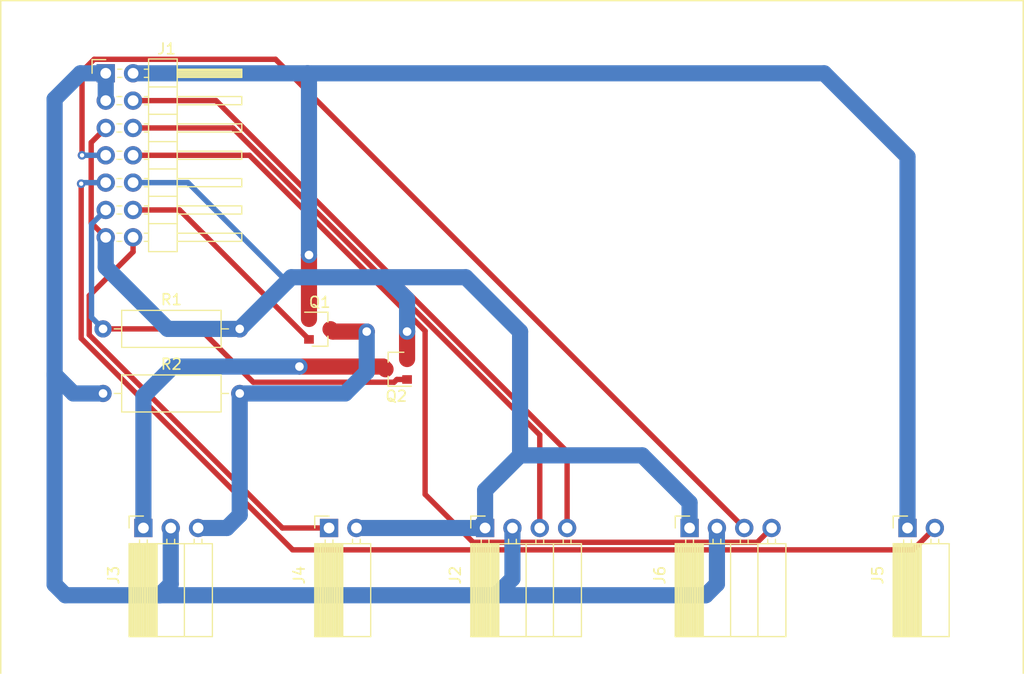
<source format=kicad_pcb>
(kicad_pcb (version 20171130) (host pcbnew "(5.1.4)-1")

  (general
    (thickness 1.6)
    (drawings 4)
    (tracks 105)
    (zones 0)
    (modules 10)
    (nets 14)
  )

  (page A4)
  (layers
    (0 F.Cu mixed)
    (31 B.Cu mixed)
    (32 B.Adhes user)
    (33 F.Adhes user)
    (34 B.Paste user)
    (35 F.Paste user)
    (36 B.SilkS user)
    (37 F.SilkS user)
    (38 B.Mask user)
    (39 F.Mask user)
    (40 Dwgs.User user)
    (41 Cmts.User user)
    (42 Eco1.User user)
    (43 Eco2.User user)
    (44 Edge.Cuts user)
    (45 Margin user)
    (46 B.CrtYd user)
    (47 F.CrtYd user)
    (48 B.Fab user)
    (49 F.Fab user)
  )

  (setup
    (last_trace_width 1.5)
    (user_trace_width 0.5)
    (user_trace_width 1)
    (user_trace_width 1.5)
    (trace_clearance 0.2)
    (zone_clearance 0.508)
    (zone_45_only no)
    (trace_min 0.2)
    (via_size 0.8)
    (via_drill 0.4)
    (via_min_size 0.4)
    (via_min_drill 0.3)
    (user_via 1.5 0.8)
    (uvia_size 0.3)
    (uvia_drill 0.1)
    (uvias_allowed no)
    (uvia_min_size 0.2)
    (uvia_min_drill 0.1)
    (edge_width 0.05)
    (segment_width 0.2)
    (pcb_text_width 0.3)
    (pcb_text_size 1.5 1.5)
    (mod_edge_width 0.12)
    (mod_text_size 1 1)
    (mod_text_width 0.15)
    (pad_size 1.524 1.524)
    (pad_drill 0.762)
    (pad_to_mask_clearance 0.051)
    (solder_mask_min_width 0.25)
    (aux_axis_origin 0 0)
    (visible_elements 7FFFFFFF)
    (pcbplotparams
      (layerselection 0x010fc_ffffffff)
      (usegerberextensions false)
      (usegerberattributes false)
      (usegerberadvancedattributes false)
      (creategerberjobfile false)
      (excludeedgelayer true)
      (linewidth 0.100000)
      (plotframeref false)
      (viasonmask false)
      (mode 1)
      (useauxorigin false)
      (hpglpennumber 1)
      (hpglpenspeed 20)
      (hpglpendiameter 15.000000)
      (psnegative false)
      (psa4output false)
      (plotreference true)
      (plotvalue true)
      (plotinvisibletext false)
      (padsonsilk false)
      (subtractmaskfromsilk false)
      (outputformat 1)
      (mirror false)
      (drillshape 1)
      (scaleselection 1)
      (outputdirectory ""))
  )

  (net 0 "")
  (net 1 5V)
  (net 2 GPIO0_B3)
  (net 3 GND)
  (net 4 GPIO0_B4)
  (net 5 GPIO2_A1)
  (net 6 GPIO2_A5)
  (net 7 GPIO2_A0)
  (net 8 GPIO2_A2)
  (net 9 GPIO0_B7)
  (net 10 GPIO0_C0)
  (net 11 3.3V)
  (net 12 "Net-(J3-Pad1)")
  (net 13 "Net-(J3-Pad3)")

  (net_class Default "これはデフォルトのネット クラスです。"
    (clearance 0.2)
    (trace_width 0.5)
    (via_dia 0.8)
    (via_drill 0.4)
    (uvia_dia 0.3)
    (uvia_drill 0.1)
    (add_net 3.3V)
    (add_net 5V)
    (add_net GND)
    (add_net GPIO0_B3)
    (add_net GPIO0_B4)
    (add_net GPIO0_B7)
    (add_net GPIO0_C0)
    (add_net GPIO2_A0)
    (add_net GPIO2_A1)
    (add_net GPIO2_A2)
    (add_net GPIO2_A5)
    (add_net "Net-(J3-Pad1)")
    (add_net "Net-(J3-Pad3)")
  )

  (module Connector_PinSocket_2.54mm:PinSocket_1x04_P2.54mm_Horizontal (layer F.Cu) (tedit 5A19A424) (tstamp 5D5E9BB8)
    (at 140 99 90)
    (descr "Through hole angled socket strip, 1x04, 2.54mm pitch, 8.51mm socket length, single row (from Kicad 4.0.7), script generated")
    (tags "Through hole angled socket strip THT 1x04 2.54mm single row")
    (path /5D5B641D)
    (fp_text reference J2 (at -4.38 -2.77 90) (layer F.SilkS)
      (effects (font (size 1 1) (thickness 0.15)))
    )
    (fp_text value Conn_01x04_Female (at -4.38 10.39 90) (layer F.Fab)
      (effects (font (size 1 1) (thickness 0.15)))
    )
    (fp_line (start -10.03 -1.27) (end -2.49 -1.27) (layer F.Fab) (width 0.1))
    (fp_line (start -2.49 -1.27) (end -1.52 -0.3) (layer F.Fab) (width 0.1))
    (fp_line (start -1.52 -0.3) (end -1.52 8.89) (layer F.Fab) (width 0.1))
    (fp_line (start -1.52 8.89) (end -10.03 8.89) (layer F.Fab) (width 0.1))
    (fp_line (start -10.03 8.89) (end -10.03 -1.27) (layer F.Fab) (width 0.1))
    (fp_line (start 0 -0.3) (end -1.52 -0.3) (layer F.Fab) (width 0.1))
    (fp_line (start -1.52 0.3) (end 0 0.3) (layer F.Fab) (width 0.1))
    (fp_line (start 0 0.3) (end 0 -0.3) (layer F.Fab) (width 0.1))
    (fp_line (start 0 2.24) (end -1.52 2.24) (layer F.Fab) (width 0.1))
    (fp_line (start -1.52 2.84) (end 0 2.84) (layer F.Fab) (width 0.1))
    (fp_line (start 0 2.84) (end 0 2.24) (layer F.Fab) (width 0.1))
    (fp_line (start 0 4.78) (end -1.52 4.78) (layer F.Fab) (width 0.1))
    (fp_line (start -1.52 5.38) (end 0 5.38) (layer F.Fab) (width 0.1))
    (fp_line (start 0 5.38) (end 0 4.78) (layer F.Fab) (width 0.1))
    (fp_line (start 0 7.32) (end -1.52 7.32) (layer F.Fab) (width 0.1))
    (fp_line (start -1.52 7.92) (end 0 7.92) (layer F.Fab) (width 0.1))
    (fp_line (start 0 7.92) (end 0 7.32) (layer F.Fab) (width 0.1))
    (fp_line (start -10.09 -1.21) (end -1.46 -1.21) (layer F.SilkS) (width 0.12))
    (fp_line (start -10.09 -1.091905) (end -1.46 -1.091905) (layer F.SilkS) (width 0.12))
    (fp_line (start -10.09 -0.97381) (end -1.46 -0.97381) (layer F.SilkS) (width 0.12))
    (fp_line (start -10.09 -0.855715) (end -1.46 -0.855715) (layer F.SilkS) (width 0.12))
    (fp_line (start -10.09 -0.73762) (end -1.46 -0.73762) (layer F.SilkS) (width 0.12))
    (fp_line (start -10.09 -0.619525) (end -1.46 -0.619525) (layer F.SilkS) (width 0.12))
    (fp_line (start -10.09 -0.50143) (end -1.46 -0.50143) (layer F.SilkS) (width 0.12))
    (fp_line (start -10.09 -0.383335) (end -1.46 -0.383335) (layer F.SilkS) (width 0.12))
    (fp_line (start -10.09 -0.26524) (end -1.46 -0.26524) (layer F.SilkS) (width 0.12))
    (fp_line (start -10.09 -0.147145) (end -1.46 -0.147145) (layer F.SilkS) (width 0.12))
    (fp_line (start -10.09 -0.02905) (end -1.46 -0.02905) (layer F.SilkS) (width 0.12))
    (fp_line (start -10.09 0.089045) (end -1.46 0.089045) (layer F.SilkS) (width 0.12))
    (fp_line (start -10.09 0.20714) (end -1.46 0.20714) (layer F.SilkS) (width 0.12))
    (fp_line (start -10.09 0.325235) (end -1.46 0.325235) (layer F.SilkS) (width 0.12))
    (fp_line (start -10.09 0.44333) (end -1.46 0.44333) (layer F.SilkS) (width 0.12))
    (fp_line (start -10.09 0.561425) (end -1.46 0.561425) (layer F.SilkS) (width 0.12))
    (fp_line (start -10.09 0.67952) (end -1.46 0.67952) (layer F.SilkS) (width 0.12))
    (fp_line (start -10.09 0.797615) (end -1.46 0.797615) (layer F.SilkS) (width 0.12))
    (fp_line (start -10.09 0.91571) (end -1.46 0.91571) (layer F.SilkS) (width 0.12))
    (fp_line (start -10.09 1.033805) (end -1.46 1.033805) (layer F.SilkS) (width 0.12))
    (fp_line (start -10.09 1.1519) (end -1.46 1.1519) (layer F.SilkS) (width 0.12))
    (fp_line (start -1.46 -0.36) (end -1.11 -0.36) (layer F.SilkS) (width 0.12))
    (fp_line (start -1.46 0.36) (end -1.11 0.36) (layer F.SilkS) (width 0.12))
    (fp_line (start -1.46 2.18) (end -1.05 2.18) (layer F.SilkS) (width 0.12))
    (fp_line (start -1.46 2.9) (end -1.05 2.9) (layer F.SilkS) (width 0.12))
    (fp_line (start -1.46 4.72) (end -1.05 4.72) (layer F.SilkS) (width 0.12))
    (fp_line (start -1.46 5.44) (end -1.05 5.44) (layer F.SilkS) (width 0.12))
    (fp_line (start -1.46 7.26) (end -1.05 7.26) (layer F.SilkS) (width 0.12))
    (fp_line (start -1.46 7.98) (end -1.05 7.98) (layer F.SilkS) (width 0.12))
    (fp_line (start -10.09 1.27) (end -1.46 1.27) (layer F.SilkS) (width 0.12))
    (fp_line (start -10.09 3.81) (end -1.46 3.81) (layer F.SilkS) (width 0.12))
    (fp_line (start -10.09 6.35) (end -1.46 6.35) (layer F.SilkS) (width 0.12))
    (fp_line (start -10.09 -1.33) (end -1.46 -1.33) (layer F.SilkS) (width 0.12))
    (fp_line (start -1.46 -1.33) (end -1.46 8.95) (layer F.SilkS) (width 0.12))
    (fp_line (start -10.09 8.95) (end -1.46 8.95) (layer F.SilkS) (width 0.12))
    (fp_line (start -10.09 -1.33) (end -10.09 8.95) (layer F.SilkS) (width 0.12))
    (fp_line (start 1.11 -1.33) (end 1.11 0) (layer F.SilkS) (width 0.12))
    (fp_line (start 0 -1.33) (end 1.11 -1.33) (layer F.SilkS) (width 0.12))
    (fp_line (start 1.75 -1.75) (end -10.55 -1.75) (layer F.CrtYd) (width 0.05))
    (fp_line (start -10.55 -1.75) (end -10.55 9.45) (layer F.CrtYd) (width 0.05))
    (fp_line (start -10.55 9.45) (end 1.75 9.45) (layer F.CrtYd) (width 0.05))
    (fp_line (start 1.75 9.45) (end 1.75 -1.75) (layer F.CrtYd) (width 0.05))
    (fp_text user %R (at -5.775 3.81) (layer F.Fab)
      (effects (font (size 1 1) (thickness 0.15)))
    )
    (pad 1 thru_hole rect (at 0 0 90) (size 1.7 1.7) (drill 1) (layers *.Cu *.Mask)
      (net 3 GND))
    (pad 2 thru_hole oval (at 0 2.54 90) (size 1.7 1.7) (drill 1) (layers *.Cu *.Mask)
      (net 1 5V))
    (pad 3 thru_hole oval (at 0 5.08 90) (size 1.7 1.7) (drill 1) (layers *.Cu *.Mask)
      (net 4 GPIO0_B4))
    (pad 4 thru_hole oval (at 0 7.62 90) (size 1.7 1.7) (drill 1) (layers *.Cu *.Mask)
      (net 2 GPIO0_B3))
    (model ${KISYS3DMOD}/Connector_PinSocket_2.54mm.3dshapes/PinSocket_1x04_P2.54mm_Horizontal.wrl
      (at (xyz 0 0 0))
      (scale (xyz 1 1 1))
      (rotate (xyz 0 0 0))
    )
  )

  (module Connector_PinSocket_2.54mm:PinSocket_1x03_P2.54mm_Horizontal (layer F.Cu) (tedit 5A19A429) (tstamp 5D5E75A5)
    (at 108.25 99 90)
    (descr "Through hole angled socket strip, 1x03, 2.54mm pitch, 8.51mm socket length, single row (from Kicad 4.0.7), script generated")
    (tags "Through hole angled socket strip THT 1x03 2.54mm single row")
    (path /5D5B6E0B)
    (fp_text reference J3 (at -4.38 -2.77 90) (layer F.SilkS)
      (effects (font (size 1 1) (thickness 0.15)))
    )
    (fp_text value Conn_01x03_Female (at -4.38 7.85 90) (layer F.Fab)
      (effects (font (size 1 1) (thickness 0.15)))
    )
    (fp_line (start -10.03 -1.27) (end -2.49 -1.27) (layer F.Fab) (width 0.1))
    (fp_line (start -2.49 -1.27) (end -1.52 -0.3) (layer F.Fab) (width 0.1))
    (fp_line (start -1.52 -0.3) (end -1.52 6.35) (layer F.Fab) (width 0.1))
    (fp_line (start -1.52 6.35) (end -10.03 6.35) (layer F.Fab) (width 0.1))
    (fp_line (start -10.03 6.35) (end -10.03 -1.27) (layer F.Fab) (width 0.1))
    (fp_line (start 0 -0.3) (end -1.52 -0.3) (layer F.Fab) (width 0.1))
    (fp_line (start -1.52 0.3) (end 0 0.3) (layer F.Fab) (width 0.1))
    (fp_line (start 0 0.3) (end 0 -0.3) (layer F.Fab) (width 0.1))
    (fp_line (start 0 2.24) (end -1.52 2.24) (layer F.Fab) (width 0.1))
    (fp_line (start -1.52 2.84) (end 0 2.84) (layer F.Fab) (width 0.1))
    (fp_line (start 0 2.84) (end 0 2.24) (layer F.Fab) (width 0.1))
    (fp_line (start 0 4.78) (end -1.52 4.78) (layer F.Fab) (width 0.1))
    (fp_line (start -1.52 5.38) (end 0 5.38) (layer F.Fab) (width 0.1))
    (fp_line (start 0 5.38) (end 0 4.78) (layer F.Fab) (width 0.1))
    (fp_line (start -10.09 -1.21) (end -1.46 -1.21) (layer F.SilkS) (width 0.12))
    (fp_line (start -10.09 -1.091905) (end -1.46 -1.091905) (layer F.SilkS) (width 0.12))
    (fp_line (start -10.09 -0.97381) (end -1.46 -0.97381) (layer F.SilkS) (width 0.12))
    (fp_line (start -10.09 -0.855715) (end -1.46 -0.855715) (layer F.SilkS) (width 0.12))
    (fp_line (start -10.09 -0.73762) (end -1.46 -0.73762) (layer F.SilkS) (width 0.12))
    (fp_line (start -10.09 -0.619525) (end -1.46 -0.619525) (layer F.SilkS) (width 0.12))
    (fp_line (start -10.09 -0.50143) (end -1.46 -0.50143) (layer F.SilkS) (width 0.12))
    (fp_line (start -10.09 -0.383335) (end -1.46 -0.383335) (layer F.SilkS) (width 0.12))
    (fp_line (start -10.09 -0.26524) (end -1.46 -0.26524) (layer F.SilkS) (width 0.12))
    (fp_line (start -10.09 -0.147145) (end -1.46 -0.147145) (layer F.SilkS) (width 0.12))
    (fp_line (start -10.09 -0.02905) (end -1.46 -0.02905) (layer F.SilkS) (width 0.12))
    (fp_line (start -10.09 0.089045) (end -1.46 0.089045) (layer F.SilkS) (width 0.12))
    (fp_line (start -10.09 0.20714) (end -1.46 0.20714) (layer F.SilkS) (width 0.12))
    (fp_line (start -10.09 0.325235) (end -1.46 0.325235) (layer F.SilkS) (width 0.12))
    (fp_line (start -10.09 0.44333) (end -1.46 0.44333) (layer F.SilkS) (width 0.12))
    (fp_line (start -10.09 0.561425) (end -1.46 0.561425) (layer F.SilkS) (width 0.12))
    (fp_line (start -10.09 0.67952) (end -1.46 0.67952) (layer F.SilkS) (width 0.12))
    (fp_line (start -10.09 0.797615) (end -1.46 0.797615) (layer F.SilkS) (width 0.12))
    (fp_line (start -10.09 0.91571) (end -1.46 0.91571) (layer F.SilkS) (width 0.12))
    (fp_line (start -10.09 1.033805) (end -1.46 1.033805) (layer F.SilkS) (width 0.12))
    (fp_line (start -10.09 1.1519) (end -1.46 1.1519) (layer F.SilkS) (width 0.12))
    (fp_line (start -1.46 -0.36) (end -1.11 -0.36) (layer F.SilkS) (width 0.12))
    (fp_line (start -1.46 0.36) (end -1.11 0.36) (layer F.SilkS) (width 0.12))
    (fp_line (start -1.46 2.18) (end -1.05 2.18) (layer F.SilkS) (width 0.12))
    (fp_line (start -1.46 2.9) (end -1.05 2.9) (layer F.SilkS) (width 0.12))
    (fp_line (start -1.46 4.72) (end -1.05 4.72) (layer F.SilkS) (width 0.12))
    (fp_line (start -1.46 5.44) (end -1.05 5.44) (layer F.SilkS) (width 0.12))
    (fp_line (start -10.09 1.27) (end -1.46 1.27) (layer F.SilkS) (width 0.12))
    (fp_line (start -10.09 3.81) (end -1.46 3.81) (layer F.SilkS) (width 0.12))
    (fp_line (start -10.09 -1.33) (end -1.46 -1.33) (layer F.SilkS) (width 0.12))
    (fp_line (start -1.46 -1.33) (end -1.46 6.41) (layer F.SilkS) (width 0.12))
    (fp_line (start -10.09 6.41) (end -1.46 6.41) (layer F.SilkS) (width 0.12))
    (fp_line (start -10.09 -1.33) (end -10.09 6.41) (layer F.SilkS) (width 0.12))
    (fp_line (start 1.11 -1.33) (end 1.11 0) (layer F.SilkS) (width 0.12))
    (fp_line (start 0 -1.33) (end 1.11 -1.33) (layer F.SilkS) (width 0.12))
    (fp_line (start 1.75 -1.8) (end -10.55 -1.8) (layer F.CrtYd) (width 0.05))
    (fp_line (start -10.55 -1.8) (end -10.55 6.85) (layer F.CrtYd) (width 0.05))
    (fp_line (start -10.55 6.85) (end 1.75 6.85) (layer F.CrtYd) (width 0.05))
    (fp_line (start 1.75 6.85) (end 1.75 -1.8) (layer F.CrtYd) (width 0.05))
    (fp_text user %R (at -5.775 2.54 90) (layer F.Fab)
      (effects (font (size 1 1) (thickness 0.15)))
    )
    (pad 1 thru_hole rect (at 0 0 90) (size 1.7 1.7) (drill 1) (layers *.Cu *.Mask)
      (net 12 "Net-(J3-Pad1)"))
    (pad 2 thru_hole oval (at 0 2.54 90) (size 1.7 1.7) (drill 1) (layers *.Cu *.Mask)
      (net 1 5V))
    (pad 3 thru_hole oval (at 0 5.08 90) (size 1.7 1.7) (drill 1) (layers *.Cu *.Mask)
      (net 13 "Net-(J3-Pad3)"))
    (model ${KISYS3DMOD}/Connector_PinSocket_2.54mm.3dshapes/PinSocket_1x03_P2.54mm_Horizontal.wrl
      (at (xyz 0 0 0))
      (scale (xyz 1 1 1))
      (rotate (xyz 0 0 0))
    )
  )

  (module Connector_PinSocket_2.54mm:PinSocket_1x02_P2.54mm_Horizontal (layer F.Cu) (tedit 5A19A41B) (tstamp 5D5E75DB)
    (at 125.5 99 90)
    (descr "Through hole angled socket strip, 1x02, 2.54mm pitch, 8.51mm socket length, single row (from Kicad 4.0.7), script generated")
    (tags "Through hole angled socket strip THT 1x02 2.54mm single row")
    (path /5D5C035F)
    (fp_text reference J4 (at -4.38 -2.77 90) (layer F.SilkS)
      (effects (font (size 1 1) (thickness 0.15)))
    )
    (fp_text value Conn_01x02_Female (at -4.38 5.31 90) (layer F.Fab)
      (effects (font (size 1 1) (thickness 0.15)))
    )
    (fp_line (start -10.03 -1.27) (end -2.49 -1.27) (layer F.Fab) (width 0.1))
    (fp_line (start -2.49 -1.27) (end -1.52 -0.3) (layer F.Fab) (width 0.1))
    (fp_line (start -1.52 -0.3) (end -1.52 3.81) (layer F.Fab) (width 0.1))
    (fp_line (start -1.52 3.81) (end -10.03 3.81) (layer F.Fab) (width 0.1))
    (fp_line (start -10.03 3.81) (end -10.03 -1.27) (layer F.Fab) (width 0.1))
    (fp_line (start 0 -0.3) (end -1.52 -0.3) (layer F.Fab) (width 0.1))
    (fp_line (start -1.52 0.3) (end 0 0.3) (layer F.Fab) (width 0.1))
    (fp_line (start 0 0.3) (end 0 -0.3) (layer F.Fab) (width 0.1))
    (fp_line (start 0 2.24) (end -1.52 2.24) (layer F.Fab) (width 0.1))
    (fp_line (start -1.52 2.84) (end 0 2.84) (layer F.Fab) (width 0.1))
    (fp_line (start 0 2.84) (end 0 2.24) (layer F.Fab) (width 0.1))
    (fp_line (start -10.09 -1.21) (end -1.46 -1.21) (layer F.SilkS) (width 0.12))
    (fp_line (start -10.09 -1.091905) (end -1.46 -1.091905) (layer F.SilkS) (width 0.12))
    (fp_line (start -10.09 -0.97381) (end -1.46 -0.97381) (layer F.SilkS) (width 0.12))
    (fp_line (start -10.09 -0.855715) (end -1.46 -0.855715) (layer F.SilkS) (width 0.12))
    (fp_line (start -10.09 -0.73762) (end -1.46 -0.73762) (layer F.SilkS) (width 0.12))
    (fp_line (start -10.09 -0.619525) (end -1.46 -0.619525) (layer F.SilkS) (width 0.12))
    (fp_line (start -10.09 -0.50143) (end -1.46 -0.50143) (layer F.SilkS) (width 0.12))
    (fp_line (start -10.09 -0.383335) (end -1.46 -0.383335) (layer F.SilkS) (width 0.12))
    (fp_line (start -10.09 -0.26524) (end -1.46 -0.26524) (layer F.SilkS) (width 0.12))
    (fp_line (start -10.09 -0.147145) (end -1.46 -0.147145) (layer F.SilkS) (width 0.12))
    (fp_line (start -10.09 -0.02905) (end -1.46 -0.02905) (layer F.SilkS) (width 0.12))
    (fp_line (start -10.09 0.089045) (end -1.46 0.089045) (layer F.SilkS) (width 0.12))
    (fp_line (start -10.09 0.20714) (end -1.46 0.20714) (layer F.SilkS) (width 0.12))
    (fp_line (start -10.09 0.325235) (end -1.46 0.325235) (layer F.SilkS) (width 0.12))
    (fp_line (start -10.09 0.44333) (end -1.46 0.44333) (layer F.SilkS) (width 0.12))
    (fp_line (start -10.09 0.561425) (end -1.46 0.561425) (layer F.SilkS) (width 0.12))
    (fp_line (start -10.09 0.67952) (end -1.46 0.67952) (layer F.SilkS) (width 0.12))
    (fp_line (start -10.09 0.797615) (end -1.46 0.797615) (layer F.SilkS) (width 0.12))
    (fp_line (start -10.09 0.91571) (end -1.46 0.91571) (layer F.SilkS) (width 0.12))
    (fp_line (start -10.09 1.033805) (end -1.46 1.033805) (layer F.SilkS) (width 0.12))
    (fp_line (start -10.09 1.1519) (end -1.46 1.1519) (layer F.SilkS) (width 0.12))
    (fp_line (start -1.46 -0.36) (end -1.11 -0.36) (layer F.SilkS) (width 0.12))
    (fp_line (start -1.46 0.36) (end -1.11 0.36) (layer F.SilkS) (width 0.12))
    (fp_line (start -1.46 2.18) (end -1.05 2.18) (layer F.SilkS) (width 0.12))
    (fp_line (start -1.46 2.9) (end -1.05 2.9) (layer F.SilkS) (width 0.12))
    (fp_line (start -10.09 1.27) (end -1.46 1.27) (layer F.SilkS) (width 0.12))
    (fp_line (start -10.09 -1.33) (end -1.46 -1.33) (layer F.SilkS) (width 0.12))
    (fp_line (start -1.46 -1.33) (end -1.46 3.87) (layer F.SilkS) (width 0.12))
    (fp_line (start -10.09 3.87) (end -1.46 3.87) (layer F.SilkS) (width 0.12))
    (fp_line (start -10.09 -1.33) (end -10.09 3.87) (layer F.SilkS) (width 0.12))
    (fp_line (start 1.11 -1.33) (end 1.11 0) (layer F.SilkS) (width 0.12))
    (fp_line (start 0 -1.33) (end 1.11 -1.33) (layer F.SilkS) (width 0.12))
    (fp_line (start 1.75 -1.75) (end -10.55 -1.75) (layer F.CrtYd) (width 0.05))
    (fp_line (start -10.55 -1.75) (end -10.55 4.35) (layer F.CrtYd) (width 0.05))
    (fp_line (start -10.55 4.35) (end 1.75 4.35) (layer F.CrtYd) (width 0.05))
    (fp_line (start 1.75 4.35) (end 1.75 -1.75) (layer F.CrtYd) (width 0.05))
    (fp_text user %R (at -5.775 1.27 90) (layer F.Fab)
      (effects (font (size 1 1) (thickness 0.15)))
    )
    (pad 1 thru_hole rect (at 0 0 90) (size 1.7 1.7) (drill 1) (layers *.Cu *.Mask)
      (net 10 GPIO0_C0))
    (pad 2 thru_hole oval (at 0 2.54 90) (size 1.7 1.7) (drill 1) (layers *.Cu *.Mask)
      (net 3 GND))
    (model ${KISYS3DMOD}/Connector_PinSocket_2.54mm.3dshapes/PinSocket_1x02_P2.54mm_Horizontal.wrl
      (at (xyz 0 0 0))
      (scale (xyz 1 1 1))
      (rotate (xyz 0 0 0))
    )
  )

  (module Connector_PinSocket_2.54mm:PinSocket_1x02_P2.54mm_Horizontal (layer F.Cu) (tedit 5A19A41B) (tstamp 5D5E7611)
    (at 179.25 99 90)
    (descr "Through hole angled socket strip, 1x02, 2.54mm pitch, 8.51mm socket length, single row (from Kicad 4.0.7), script generated")
    (tags "Through hole angled socket strip THT 1x02 2.54mm single row")
    (path /5D5C0868)
    (fp_text reference J5 (at -4.38 -2.77 90) (layer F.SilkS)
      (effects (font (size 1 1) (thickness 0.15)))
    )
    (fp_text value Conn_01x02_Female (at -4.38 5.31 90) (layer F.Fab)
      (effects (font (size 1 1) (thickness 0.15)))
    )
    (fp_text user %R (at -5.775 1.27 90) (layer F.Fab)
      (effects (font (size 1 1) (thickness 0.15)))
    )
    (fp_line (start 1.75 4.35) (end 1.75 -1.75) (layer F.CrtYd) (width 0.05))
    (fp_line (start -10.55 4.35) (end 1.75 4.35) (layer F.CrtYd) (width 0.05))
    (fp_line (start -10.55 -1.75) (end -10.55 4.35) (layer F.CrtYd) (width 0.05))
    (fp_line (start 1.75 -1.75) (end -10.55 -1.75) (layer F.CrtYd) (width 0.05))
    (fp_line (start 0 -1.33) (end 1.11 -1.33) (layer F.SilkS) (width 0.12))
    (fp_line (start 1.11 -1.33) (end 1.11 0) (layer F.SilkS) (width 0.12))
    (fp_line (start -10.09 -1.33) (end -10.09 3.87) (layer F.SilkS) (width 0.12))
    (fp_line (start -10.09 3.87) (end -1.46 3.87) (layer F.SilkS) (width 0.12))
    (fp_line (start -1.46 -1.33) (end -1.46 3.87) (layer F.SilkS) (width 0.12))
    (fp_line (start -10.09 -1.33) (end -1.46 -1.33) (layer F.SilkS) (width 0.12))
    (fp_line (start -10.09 1.27) (end -1.46 1.27) (layer F.SilkS) (width 0.12))
    (fp_line (start -1.46 2.9) (end -1.05 2.9) (layer F.SilkS) (width 0.12))
    (fp_line (start -1.46 2.18) (end -1.05 2.18) (layer F.SilkS) (width 0.12))
    (fp_line (start -1.46 0.36) (end -1.11 0.36) (layer F.SilkS) (width 0.12))
    (fp_line (start -1.46 -0.36) (end -1.11 -0.36) (layer F.SilkS) (width 0.12))
    (fp_line (start -10.09 1.1519) (end -1.46 1.1519) (layer F.SilkS) (width 0.12))
    (fp_line (start -10.09 1.033805) (end -1.46 1.033805) (layer F.SilkS) (width 0.12))
    (fp_line (start -10.09 0.91571) (end -1.46 0.91571) (layer F.SilkS) (width 0.12))
    (fp_line (start -10.09 0.797615) (end -1.46 0.797615) (layer F.SilkS) (width 0.12))
    (fp_line (start -10.09 0.67952) (end -1.46 0.67952) (layer F.SilkS) (width 0.12))
    (fp_line (start -10.09 0.561425) (end -1.46 0.561425) (layer F.SilkS) (width 0.12))
    (fp_line (start -10.09 0.44333) (end -1.46 0.44333) (layer F.SilkS) (width 0.12))
    (fp_line (start -10.09 0.325235) (end -1.46 0.325235) (layer F.SilkS) (width 0.12))
    (fp_line (start -10.09 0.20714) (end -1.46 0.20714) (layer F.SilkS) (width 0.12))
    (fp_line (start -10.09 0.089045) (end -1.46 0.089045) (layer F.SilkS) (width 0.12))
    (fp_line (start -10.09 -0.02905) (end -1.46 -0.02905) (layer F.SilkS) (width 0.12))
    (fp_line (start -10.09 -0.147145) (end -1.46 -0.147145) (layer F.SilkS) (width 0.12))
    (fp_line (start -10.09 -0.26524) (end -1.46 -0.26524) (layer F.SilkS) (width 0.12))
    (fp_line (start -10.09 -0.383335) (end -1.46 -0.383335) (layer F.SilkS) (width 0.12))
    (fp_line (start -10.09 -0.50143) (end -1.46 -0.50143) (layer F.SilkS) (width 0.12))
    (fp_line (start -10.09 -0.619525) (end -1.46 -0.619525) (layer F.SilkS) (width 0.12))
    (fp_line (start -10.09 -0.73762) (end -1.46 -0.73762) (layer F.SilkS) (width 0.12))
    (fp_line (start -10.09 -0.855715) (end -1.46 -0.855715) (layer F.SilkS) (width 0.12))
    (fp_line (start -10.09 -0.97381) (end -1.46 -0.97381) (layer F.SilkS) (width 0.12))
    (fp_line (start -10.09 -1.091905) (end -1.46 -1.091905) (layer F.SilkS) (width 0.12))
    (fp_line (start -10.09 -1.21) (end -1.46 -1.21) (layer F.SilkS) (width 0.12))
    (fp_line (start 0 2.84) (end 0 2.24) (layer F.Fab) (width 0.1))
    (fp_line (start -1.52 2.84) (end 0 2.84) (layer F.Fab) (width 0.1))
    (fp_line (start 0 2.24) (end -1.52 2.24) (layer F.Fab) (width 0.1))
    (fp_line (start 0 0.3) (end 0 -0.3) (layer F.Fab) (width 0.1))
    (fp_line (start -1.52 0.3) (end 0 0.3) (layer F.Fab) (width 0.1))
    (fp_line (start 0 -0.3) (end -1.52 -0.3) (layer F.Fab) (width 0.1))
    (fp_line (start -10.03 3.81) (end -10.03 -1.27) (layer F.Fab) (width 0.1))
    (fp_line (start -1.52 3.81) (end -10.03 3.81) (layer F.Fab) (width 0.1))
    (fp_line (start -1.52 -0.3) (end -1.52 3.81) (layer F.Fab) (width 0.1))
    (fp_line (start -2.49 -1.27) (end -1.52 -0.3) (layer F.Fab) (width 0.1))
    (fp_line (start -10.03 -1.27) (end -2.49 -1.27) (layer F.Fab) (width 0.1))
    (pad 2 thru_hole oval (at 0 2.54 90) (size 1.7 1.7) (drill 1) (layers *.Cu *.Mask)
      (net 7 GPIO2_A0))
    (pad 1 thru_hole rect (at 0 0 90) (size 1.7 1.7) (drill 1) (layers *.Cu *.Mask)
      (net 11 3.3V))
    (model ${KISYS3DMOD}/Connector_PinSocket_2.54mm.3dshapes/PinSocket_1x02_P2.54mm_Horizontal.wrl
      (at (xyz 0 0 0))
      (scale (xyz 1 1 1))
      (rotate (xyz 0 0 0))
    )
  )

  (module Connector_PinSocket_2.54mm:PinSocket_1x04_P2.54mm_Horizontal (layer F.Cu) (tedit 5A19A424) (tstamp 5D5E7655)
    (at 159 99 90)
    (descr "Through hole angled socket strip, 1x04, 2.54mm pitch, 8.51mm socket length, single row (from Kicad 4.0.7), script generated")
    (tags "Through hole angled socket strip THT 1x04 2.54mm single row")
    (path /5D5C0D85)
    (fp_text reference J6 (at -4.38 -2.77 90) (layer F.SilkS)
      (effects (font (size 1 1) (thickness 0.15)))
    )
    (fp_text value Conn_01x04_Female (at -4.38 10.39 90) (layer F.Fab)
      (effects (font (size 1 1) (thickness 0.15)))
    )
    (fp_text user %R (at -5.775 3.81) (layer F.Fab)
      (effects (font (size 1 1) (thickness 0.15)))
    )
    (fp_line (start 1.75 9.45) (end 1.75 -1.75) (layer F.CrtYd) (width 0.05))
    (fp_line (start -10.55 9.45) (end 1.75 9.45) (layer F.CrtYd) (width 0.05))
    (fp_line (start -10.55 -1.75) (end -10.55 9.45) (layer F.CrtYd) (width 0.05))
    (fp_line (start 1.75 -1.75) (end -10.55 -1.75) (layer F.CrtYd) (width 0.05))
    (fp_line (start 0 -1.33) (end 1.11 -1.33) (layer F.SilkS) (width 0.12))
    (fp_line (start 1.11 -1.33) (end 1.11 0) (layer F.SilkS) (width 0.12))
    (fp_line (start -10.09 -1.33) (end -10.09 8.95) (layer F.SilkS) (width 0.12))
    (fp_line (start -10.09 8.95) (end -1.46 8.95) (layer F.SilkS) (width 0.12))
    (fp_line (start -1.46 -1.33) (end -1.46 8.95) (layer F.SilkS) (width 0.12))
    (fp_line (start -10.09 -1.33) (end -1.46 -1.33) (layer F.SilkS) (width 0.12))
    (fp_line (start -10.09 6.35) (end -1.46 6.35) (layer F.SilkS) (width 0.12))
    (fp_line (start -10.09 3.81) (end -1.46 3.81) (layer F.SilkS) (width 0.12))
    (fp_line (start -10.09 1.27) (end -1.46 1.27) (layer F.SilkS) (width 0.12))
    (fp_line (start -1.46 7.98) (end -1.05 7.98) (layer F.SilkS) (width 0.12))
    (fp_line (start -1.46 7.26) (end -1.05 7.26) (layer F.SilkS) (width 0.12))
    (fp_line (start -1.46 5.44) (end -1.05 5.44) (layer F.SilkS) (width 0.12))
    (fp_line (start -1.46 4.72) (end -1.05 4.72) (layer F.SilkS) (width 0.12))
    (fp_line (start -1.46 2.9) (end -1.05 2.9) (layer F.SilkS) (width 0.12))
    (fp_line (start -1.46 2.18) (end -1.05 2.18) (layer F.SilkS) (width 0.12))
    (fp_line (start -1.46 0.36) (end -1.11 0.36) (layer F.SilkS) (width 0.12))
    (fp_line (start -1.46 -0.36) (end -1.11 -0.36) (layer F.SilkS) (width 0.12))
    (fp_line (start -10.09 1.1519) (end -1.46 1.1519) (layer F.SilkS) (width 0.12))
    (fp_line (start -10.09 1.033805) (end -1.46 1.033805) (layer F.SilkS) (width 0.12))
    (fp_line (start -10.09 0.91571) (end -1.46 0.91571) (layer F.SilkS) (width 0.12))
    (fp_line (start -10.09 0.797615) (end -1.46 0.797615) (layer F.SilkS) (width 0.12))
    (fp_line (start -10.09 0.67952) (end -1.46 0.67952) (layer F.SilkS) (width 0.12))
    (fp_line (start -10.09 0.561425) (end -1.46 0.561425) (layer F.SilkS) (width 0.12))
    (fp_line (start -10.09 0.44333) (end -1.46 0.44333) (layer F.SilkS) (width 0.12))
    (fp_line (start -10.09 0.325235) (end -1.46 0.325235) (layer F.SilkS) (width 0.12))
    (fp_line (start -10.09 0.20714) (end -1.46 0.20714) (layer F.SilkS) (width 0.12))
    (fp_line (start -10.09 0.089045) (end -1.46 0.089045) (layer F.SilkS) (width 0.12))
    (fp_line (start -10.09 -0.02905) (end -1.46 -0.02905) (layer F.SilkS) (width 0.12))
    (fp_line (start -10.09 -0.147145) (end -1.46 -0.147145) (layer F.SilkS) (width 0.12))
    (fp_line (start -10.09 -0.26524) (end -1.46 -0.26524) (layer F.SilkS) (width 0.12))
    (fp_line (start -10.09 -0.383335) (end -1.46 -0.383335) (layer F.SilkS) (width 0.12))
    (fp_line (start -10.09 -0.50143) (end -1.46 -0.50143) (layer F.SilkS) (width 0.12))
    (fp_line (start -10.09 -0.619525) (end -1.46 -0.619525) (layer F.SilkS) (width 0.12))
    (fp_line (start -10.09 -0.73762) (end -1.46 -0.73762) (layer F.SilkS) (width 0.12))
    (fp_line (start -10.09 -0.855715) (end -1.46 -0.855715) (layer F.SilkS) (width 0.12))
    (fp_line (start -10.09 -0.97381) (end -1.46 -0.97381) (layer F.SilkS) (width 0.12))
    (fp_line (start -10.09 -1.091905) (end -1.46 -1.091905) (layer F.SilkS) (width 0.12))
    (fp_line (start -10.09 -1.21) (end -1.46 -1.21) (layer F.SilkS) (width 0.12))
    (fp_line (start 0 7.92) (end 0 7.32) (layer F.Fab) (width 0.1))
    (fp_line (start -1.52 7.92) (end 0 7.92) (layer F.Fab) (width 0.1))
    (fp_line (start 0 7.32) (end -1.52 7.32) (layer F.Fab) (width 0.1))
    (fp_line (start 0 5.38) (end 0 4.78) (layer F.Fab) (width 0.1))
    (fp_line (start -1.52 5.38) (end 0 5.38) (layer F.Fab) (width 0.1))
    (fp_line (start 0 4.78) (end -1.52 4.78) (layer F.Fab) (width 0.1))
    (fp_line (start 0 2.84) (end 0 2.24) (layer F.Fab) (width 0.1))
    (fp_line (start -1.52 2.84) (end 0 2.84) (layer F.Fab) (width 0.1))
    (fp_line (start 0 2.24) (end -1.52 2.24) (layer F.Fab) (width 0.1))
    (fp_line (start 0 0.3) (end 0 -0.3) (layer F.Fab) (width 0.1))
    (fp_line (start -1.52 0.3) (end 0 0.3) (layer F.Fab) (width 0.1))
    (fp_line (start 0 -0.3) (end -1.52 -0.3) (layer F.Fab) (width 0.1))
    (fp_line (start -10.03 8.89) (end -10.03 -1.27) (layer F.Fab) (width 0.1))
    (fp_line (start -1.52 8.89) (end -10.03 8.89) (layer F.Fab) (width 0.1))
    (fp_line (start -1.52 -0.3) (end -1.52 8.89) (layer F.Fab) (width 0.1))
    (fp_line (start -2.49 -1.27) (end -1.52 -0.3) (layer F.Fab) (width 0.1))
    (fp_line (start -10.03 -1.27) (end -2.49 -1.27) (layer F.Fab) (width 0.1))
    (pad 4 thru_hole oval (at 0 7.62 90) (size 1.7 1.7) (drill 1) (layers *.Cu *.Mask)
      (net 6 GPIO2_A5))
    (pad 3 thru_hole oval (at 0 5.08 90) (size 1.7 1.7) (drill 1) (layers *.Cu *.Mask)
      (net 5 GPIO2_A1))
    (pad 2 thru_hole oval (at 0 2.54 90) (size 1.7 1.7) (drill 1) (layers *.Cu *.Mask)
      (net 1 5V))
    (pad 1 thru_hole rect (at 0 0 90) (size 1.7 1.7) (drill 1) (layers *.Cu *.Mask)
      (net 3 GND))
    (model ${KISYS3DMOD}/Connector_PinSocket_2.54mm.3dshapes/PinSocket_1x04_P2.54mm_Horizontal.wrl
      (at (xyz 0 0 0))
      (scale (xyz 1 1 1))
      (rotate (xyz 0 0 0))
    )
  )

  (module Connector_PinHeader_2.54mm:PinHeader_2x07_P2.54mm_Horizontal (layer F.Cu) (tedit 59FED5CB) (tstamp 5D5E9356)
    (at 104.75 56.75)
    (descr "Through hole angled pin header, 2x07, 2.54mm pitch, 6mm pin length, double rows")
    (tags "Through hole angled pin header THT 2x07 2.54mm double row")
    (path /5D5AF081)
    (fp_text reference J1 (at 5.655 -2.27) (layer F.SilkS)
      (effects (font (size 1 1) (thickness 0.15)))
    )
    (fp_text value Conn1 (at 5.655 17.51) (layer F.Fab)
      (effects (font (size 1 1) (thickness 0.15)))
    )
    (fp_line (start 4.675 -1.27) (end 6.58 -1.27) (layer F.Fab) (width 0.1))
    (fp_line (start 6.58 -1.27) (end 6.58 16.51) (layer F.Fab) (width 0.1))
    (fp_line (start 6.58 16.51) (end 4.04 16.51) (layer F.Fab) (width 0.1))
    (fp_line (start 4.04 16.51) (end 4.04 -0.635) (layer F.Fab) (width 0.1))
    (fp_line (start 4.04 -0.635) (end 4.675 -1.27) (layer F.Fab) (width 0.1))
    (fp_line (start -0.32 -0.32) (end 4.04 -0.32) (layer F.Fab) (width 0.1))
    (fp_line (start -0.32 -0.32) (end -0.32 0.32) (layer F.Fab) (width 0.1))
    (fp_line (start -0.32 0.32) (end 4.04 0.32) (layer F.Fab) (width 0.1))
    (fp_line (start 6.58 -0.32) (end 12.58 -0.32) (layer F.Fab) (width 0.1))
    (fp_line (start 12.58 -0.32) (end 12.58 0.32) (layer F.Fab) (width 0.1))
    (fp_line (start 6.58 0.32) (end 12.58 0.32) (layer F.Fab) (width 0.1))
    (fp_line (start -0.32 2.22) (end 4.04 2.22) (layer F.Fab) (width 0.1))
    (fp_line (start -0.32 2.22) (end -0.32 2.86) (layer F.Fab) (width 0.1))
    (fp_line (start -0.32 2.86) (end 4.04 2.86) (layer F.Fab) (width 0.1))
    (fp_line (start 6.58 2.22) (end 12.58 2.22) (layer F.Fab) (width 0.1))
    (fp_line (start 12.58 2.22) (end 12.58 2.86) (layer F.Fab) (width 0.1))
    (fp_line (start 6.58 2.86) (end 12.58 2.86) (layer F.Fab) (width 0.1))
    (fp_line (start -0.32 4.76) (end 4.04 4.76) (layer F.Fab) (width 0.1))
    (fp_line (start -0.32 4.76) (end -0.32 5.4) (layer F.Fab) (width 0.1))
    (fp_line (start -0.32 5.4) (end 4.04 5.4) (layer F.Fab) (width 0.1))
    (fp_line (start 6.58 4.76) (end 12.58 4.76) (layer F.Fab) (width 0.1))
    (fp_line (start 12.58 4.76) (end 12.58 5.4) (layer F.Fab) (width 0.1))
    (fp_line (start 6.58 5.4) (end 12.58 5.4) (layer F.Fab) (width 0.1))
    (fp_line (start -0.32 7.3) (end 4.04 7.3) (layer F.Fab) (width 0.1))
    (fp_line (start -0.32 7.3) (end -0.32 7.94) (layer F.Fab) (width 0.1))
    (fp_line (start -0.32 7.94) (end 4.04 7.94) (layer F.Fab) (width 0.1))
    (fp_line (start 6.58 7.3) (end 12.58 7.3) (layer F.Fab) (width 0.1))
    (fp_line (start 12.58 7.3) (end 12.58 7.94) (layer F.Fab) (width 0.1))
    (fp_line (start 6.58 7.94) (end 12.58 7.94) (layer F.Fab) (width 0.1))
    (fp_line (start -0.32 9.84) (end 4.04 9.84) (layer F.Fab) (width 0.1))
    (fp_line (start -0.32 9.84) (end -0.32 10.48) (layer F.Fab) (width 0.1))
    (fp_line (start -0.32 10.48) (end 4.04 10.48) (layer F.Fab) (width 0.1))
    (fp_line (start 6.58 9.84) (end 12.58 9.84) (layer F.Fab) (width 0.1))
    (fp_line (start 12.58 9.84) (end 12.58 10.48) (layer F.Fab) (width 0.1))
    (fp_line (start 6.58 10.48) (end 12.58 10.48) (layer F.Fab) (width 0.1))
    (fp_line (start -0.32 12.38) (end 4.04 12.38) (layer F.Fab) (width 0.1))
    (fp_line (start -0.32 12.38) (end -0.32 13.02) (layer F.Fab) (width 0.1))
    (fp_line (start -0.32 13.02) (end 4.04 13.02) (layer F.Fab) (width 0.1))
    (fp_line (start 6.58 12.38) (end 12.58 12.38) (layer F.Fab) (width 0.1))
    (fp_line (start 12.58 12.38) (end 12.58 13.02) (layer F.Fab) (width 0.1))
    (fp_line (start 6.58 13.02) (end 12.58 13.02) (layer F.Fab) (width 0.1))
    (fp_line (start -0.32 14.92) (end 4.04 14.92) (layer F.Fab) (width 0.1))
    (fp_line (start -0.32 14.92) (end -0.32 15.56) (layer F.Fab) (width 0.1))
    (fp_line (start -0.32 15.56) (end 4.04 15.56) (layer F.Fab) (width 0.1))
    (fp_line (start 6.58 14.92) (end 12.58 14.92) (layer F.Fab) (width 0.1))
    (fp_line (start 12.58 14.92) (end 12.58 15.56) (layer F.Fab) (width 0.1))
    (fp_line (start 6.58 15.56) (end 12.58 15.56) (layer F.Fab) (width 0.1))
    (fp_line (start 3.98 -1.33) (end 3.98 16.57) (layer F.SilkS) (width 0.12))
    (fp_line (start 3.98 16.57) (end 6.64 16.57) (layer F.SilkS) (width 0.12))
    (fp_line (start 6.64 16.57) (end 6.64 -1.33) (layer F.SilkS) (width 0.12))
    (fp_line (start 6.64 -1.33) (end 3.98 -1.33) (layer F.SilkS) (width 0.12))
    (fp_line (start 6.64 -0.38) (end 12.64 -0.38) (layer F.SilkS) (width 0.12))
    (fp_line (start 12.64 -0.38) (end 12.64 0.38) (layer F.SilkS) (width 0.12))
    (fp_line (start 12.64 0.38) (end 6.64 0.38) (layer F.SilkS) (width 0.12))
    (fp_line (start 6.64 -0.32) (end 12.64 -0.32) (layer F.SilkS) (width 0.12))
    (fp_line (start 6.64 -0.2) (end 12.64 -0.2) (layer F.SilkS) (width 0.12))
    (fp_line (start 6.64 -0.08) (end 12.64 -0.08) (layer F.SilkS) (width 0.12))
    (fp_line (start 6.64 0.04) (end 12.64 0.04) (layer F.SilkS) (width 0.12))
    (fp_line (start 6.64 0.16) (end 12.64 0.16) (layer F.SilkS) (width 0.12))
    (fp_line (start 6.64 0.28) (end 12.64 0.28) (layer F.SilkS) (width 0.12))
    (fp_line (start 3.582929 -0.38) (end 3.98 -0.38) (layer F.SilkS) (width 0.12))
    (fp_line (start 3.582929 0.38) (end 3.98 0.38) (layer F.SilkS) (width 0.12))
    (fp_line (start 1.11 -0.38) (end 1.497071 -0.38) (layer F.SilkS) (width 0.12))
    (fp_line (start 1.11 0.38) (end 1.497071 0.38) (layer F.SilkS) (width 0.12))
    (fp_line (start 3.98 1.27) (end 6.64 1.27) (layer F.SilkS) (width 0.12))
    (fp_line (start 6.64 2.16) (end 12.64 2.16) (layer F.SilkS) (width 0.12))
    (fp_line (start 12.64 2.16) (end 12.64 2.92) (layer F.SilkS) (width 0.12))
    (fp_line (start 12.64 2.92) (end 6.64 2.92) (layer F.SilkS) (width 0.12))
    (fp_line (start 3.582929 2.16) (end 3.98 2.16) (layer F.SilkS) (width 0.12))
    (fp_line (start 3.582929 2.92) (end 3.98 2.92) (layer F.SilkS) (width 0.12))
    (fp_line (start 1.042929 2.16) (end 1.497071 2.16) (layer F.SilkS) (width 0.12))
    (fp_line (start 1.042929 2.92) (end 1.497071 2.92) (layer F.SilkS) (width 0.12))
    (fp_line (start 3.98 3.81) (end 6.64 3.81) (layer F.SilkS) (width 0.12))
    (fp_line (start 6.64 4.7) (end 12.64 4.7) (layer F.SilkS) (width 0.12))
    (fp_line (start 12.64 4.7) (end 12.64 5.46) (layer F.SilkS) (width 0.12))
    (fp_line (start 12.64 5.46) (end 6.64 5.46) (layer F.SilkS) (width 0.12))
    (fp_line (start 3.582929 4.7) (end 3.98 4.7) (layer F.SilkS) (width 0.12))
    (fp_line (start 3.582929 5.46) (end 3.98 5.46) (layer F.SilkS) (width 0.12))
    (fp_line (start 1.042929 4.7) (end 1.497071 4.7) (layer F.SilkS) (width 0.12))
    (fp_line (start 1.042929 5.46) (end 1.497071 5.46) (layer F.SilkS) (width 0.12))
    (fp_line (start 3.98 6.35) (end 6.64 6.35) (layer F.SilkS) (width 0.12))
    (fp_line (start 6.64 7.24) (end 12.64 7.24) (layer F.SilkS) (width 0.12))
    (fp_line (start 12.64 7.24) (end 12.64 8) (layer F.SilkS) (width 0.12))
    (fp_line (start 12.64 8) (end 6.64 8) (layer F.SilkS) (width 0.12))
    (fp_line (start 3.582929 7.24) (end 3.98 7.24) (layer F.SilkS) (width 0.12))
    (fp_line (start 3.582929 8) (end 3.98 8) (layer F.SilkS) (width 0.12))
    (fp_line (start 1.042929 7.24) (end 1.497071 7.24) (layer F.SilkS) (width 0.12))
    (fp_line (start 1.042929 8) (end 1.497071 8) (layer F.SilkS) (width 0.12))
    (fp_line (start 3.98 8.89) (end 6.64 8.89) (layer F.SilkS) (width 0.12))
    (fp_line (start 6.64 9.78) (end 12.64 9.78) (layer F.SilkS) (width 0.12))
    (fp_line (start 12.64 9.78) (end 12.64 10.54) (layer F.SilkS) (width 0.12))
    (fp_line (start 12.64 10.54) (end 6.64 10.54) (layer F.SilkS) (width 0.12))
    (fp_line (start 3.582929 9.78) (end 3.98 9.78) (layer F.SilkS) (width 0.12))
    (fp_line (start 3.582929 10.54) (end 3.98 10.54) (layer F.SilkS) (width 0.12))
    (fp_line (start 1.042929 9.78) (end 1.497071 9.78) (layer F.SilkS) (width 0.12))
    (fp_line (start 1.042929 10.54) (end 1.497071 10.54) (layer F.SilkS) (width 0.12))
    (fp_line (start 3.98 11.43) (end 6.64 11.43) (layer F.SilkS) (width 0.12))
    (fp_line (start 6.64 12.32) (end 12.64 12.32) (layer F.SilkS) (width 0.12))
    (fp_line (start 12.64 12.32) (end 12.64 13.08) (layer F.SilkS) (width 0.12))
    (fp_line (start 12.64 13.08) (end 6.64 13.08) (layer F.SilkS) (width 0.12))
    (fp_line (start 3.582929 12.32) (end 3.98 12.32) (layer F.SilkS) (width 0.12))
    (fp_line (start 3.582929 13.08) (end 3.98 13.08) (layer F.SilkS) (width 0.12))
    (fp_line (start 1.042929 12.32) (end 1.497071 12.32) (layer F.SilkS) (width 0.12))
    (fp_line (start 1.042929 13.08) (end 1.497071 13.08) (layer F.SilkS) (width 0.12))
    (fp_line (start 3.98 13.97) (end 6.64 13.97) (layer F.SilkS) (width 0.12))
    (fp_line (start 6.64 14.86) (end 12.64 14.86) (layer F.SilkS) (width 0.12))
    (fp_line (start 12.64 14.86) (end 12.64 15.62) (layer F.SilkS) (width 0.12))
    (fp_line (start 12.64 15.62) (end 6.64 15.62) (layer F.SilkS) (width 0.12))
    (fp_line (start 3.582929 14.86) (end 3.98 14.86) (layer F.SilkS) (width 0.12))
    (fp_line (start 3.582929 15.62) (end 3.98 15.62) (layer F.SilkS) (width 0.12))
    (fp_line (start 1.042929 14.86) (end 1.497071 14.86) (layer F.SilkS) (width 0.12))
    (fp_line (start 1.042929 15.62) (end 1.497071 15.62) (layer F.SilkS) (width 0.12))
    (fp_line (start -1.27 0) (end -1.27 -1.27) (layer F.SilkS) (width 0.12))
    (fp_line (start -1.27 -1.27) (end 0 -1.27) (layer F.SilkS) (width 0.12))
    (fp_line (start -1.8 -1.8) (end -1.8 17.05) (layer F.CrtYd) (width 0.05))
    (fp_line (start -1.8 17.05) (end 13.1 17.05) (layer F.CrtYd) (width 0.05))
    (fp_line (start 13.1 17.05) (end 13.1 -1.8) (layer F.CrtYd) (width 0.05))
    (fp_line (start 13.1 -1.8) (end -1.8 -1.8) (layer F.CrtYd) (width 0.05))
    (fp_text user %R (at 5.31 7.62 90) (layer F.Fab)
      (effects (font (size 1 1) (thickness 0.15)))
    )
    (pad 1 thru_hole rect (at 0 0) (size 1.7 1.7) (drill 1) (layers *.Cu *.Mask)
      (net 1 5V))
    (pad 2 thru_hole oval (at 2.54 0) (size 1.7 1.7) (drill 1) (layers *.Cu *.Mask)
      (net 11 3.3V))
    (pad 3 thru_hole oval (at 0 2.54) (size 1.7 1.7) (drill 1) (layers *.Cu *.Mask)
      (net 1 5V))
    (pad 4 thru_hole oval (at 2.54 2.54) (size 1.7 1.7) (drill 1) (layers *.Cu *.Mask)
      (net 2 GPIO0_B3))
    (pad 5 thru_hole oval (at 0 5.08) (size 1.7 1.7) (drill 1) (layers *.Cu *.Mask)
      (net 3 GND))
    (pad 6 thru_hole oval (at 2.54 5.08) (size 1.7 1.7) (drill 1) (layers *.Cu *.Mask)
      (net 4 GPIO0_B4))
    (pad 7 thru_hole oval (at 0 7.62) (size 1.7 1.7) (drill 1) (layers *.Cu *.Mask)
      (net 5 GPIO2_A1))
    (pad 8 thru_hole oval (at 2.54 7.62) (size 1.7 1.7) (drill 1) (layers *.Cu *.Mask)
      (net 6 GPIO2_A5))
    (pad 9 thru_hole oval (at 0 10.16) (size 1.7 1.7) (drill 1) (layers *.Cu *.Mask)
      (net 7 GPIO2_A0))
    (pad 10 thru_hole oval (at 2.54 10.16) (size 1.7 1.7) (drill 1) (layers *.Cu *.Mask)
      (net 3 GND))
    (pad 11 thru_hole oval (at 0 12.7) (size 1.7 1.7) (drill 1) (layers *.Cu *.Mask)
      (net 8 GPIO2_A2))
    (pad 12 thru_hole oval (at 2.54 12.7) (size 1.7 1.7) (drill 1) (layers *.Cu *.Mask)
      (net 9 GPIO0_B7))
    (pad 13 thru_hole oval (at 0 15.24) (size 1.7 1.7) (drill 1) (layers *.Cu *.Mask)
      (net 3 GND))
    (pad 14 thru_hole oval (at 2.54 15.24) (size 1.7 1.7) (drill 1) (layers *.Cu *.Mask)
      (net 10 GPIO0_C0))
    (model ${KISYS3DMOD}/Connector_PinHeader_2.54mm.3dshapes/PinHeader_2x07_P2.54mm_Horizontal.wrl
      (at (xyz 0 0 0))
      (scale (xyz 1 1 1))
      (rotate (xyz 0 0 0))
    )
  )

  (module Package_TO_SOT_SMD:SOT-23 (layer F.Cu) (tedit 5A02FF57) (tstamp 5D5E90D0)
    (at 124.635 80.527)
    (descr "SOT-23, Standard")
    (tags SOT-23)
    (path /5D6088D6)
    (attr smd)
    (fp_text reference Q1 (at 0 -2.5) (layer F.SilkS)
      (effects (font (size 1 1) (thickness 0.15)))
    )
    (fp_text value Q_NMOS_GSD (at 0 2.5) (layer F.Fab)
      (effects (font (size 1 1) (thickness 0.15)))
    )
    (fp_text user %R (at 0 0 90) (layer F.Fab)
      (effects (font (size 0.5 0.5) (thickness 0.075)))
    )
    (fp_line (start -0.7 -0.95) (end -0.7 1.5) (layer F.Fab) (width 0.1))
    (fp_line (start -0.15 -1.52) (end 0.7 -1.52) (layer F.Fab) (width 0.1))
    (fp_line (start -0.7 -0.95) (end -0.15 -1.52) (layer F.Fab) (width 0.1))
    (fp_line (start 0.7 -1.52) (end 0.7 1.52) (layer F.Fab) (width 0.1))
    (fp_line (start -0.7 1.52) (end 0.7 1.52) (layer F.Fab) (width 0.1))
    (fp_line (start 0.76 1.58) (end 0.76 0.65) (layer F.SilkS) (width 0.12))
    (fp_line (start 0.76 -1.58) (end 0.76 -0.65) (layer F.SilkS) (width 0.12))
    (fp_line (start -1.7 -1.75) (end 1.7 -1.75) (layer F.CrtYd) (width 0.05))
    (fp_line (start 1.7 -1.75) (end 1.7 1.75) (layer F.CrtYd) (width 0.05))
    (fp_line (start 1.7 1.75) (end -1.7 1.75) (layer F.CrtYd) (width 0.05))
    (fp_line (start -1.7 1.75) (end -1.7 -1.75) (layer F.CrtYd) (width 0.05))
    (fp_line (start 0.76 -1.58) (end -1.4 -1.58) (layer F.SilkS) (width 0.12))
    (fp_line (start 0.76 1.58) (end -0.7 1.58) (layer F.SilkS) (width 0.12))
    (pad 1 smd rect (at -1 -0.95) (size 0.9 0.8) (layers F.Cu F.Paste F.Mask)
      (net 11 3.3V))
    (pad 2 smd rect (at -1 0.95) (size 0.9 0.8) (layers F.Cu F.Paste F.Mask)
      (net 9 GPIO0_B7))
    (pad 3 smd rect (at 1 0) (size 0.9 0.8) (layers F.Cu F.Paste F.Mask)
      (net 13 "Net-(J3-Pad3)"))
    (model ${KISYS3DMOD}/Package_TO_SOT_SMD.3dshapes/SOT-23.wrl
      (at (xyz 0 0 0))
      (scale (xyz 1 1 1))
      (rotate (xyz 0 0 0))
    )
  )

  (module Package_TO_SOT_SMD:SOT-23 (layer F.Cu) (tedit 5A02FF57) (tstamp 5D5E90E5)
    (at 131.75 84.25 180)
    (descr "SOT-23, Standard")
    (tags SOT-23)
    (path /5D6065DC)
    (attr smd)
    (fp_text reference Q2 (at 0 -2.5) (layer F.SilkS)
      (effects (font (size 1 1) (thickness 0.15)))
    )
    (fp_text value Q_NMOS_GSD (at 0 2.5) (layer F.Fab)
      (effects (font (size 1 1) (thickness 0.15)))
    )
    (fp_line (start 0.76 1.58) (end -0.7 1.58) (layer F.SilkS) (width 0.12))
    (fp_line (start 0.76 -1.58) (end -1.4 -1.58) (layer F.SilkS) (width 0.12))
    (fp_line (start -1.7 1.75) (end -1.7 -1.75) (layer F.CrtYd) (width 0.05))
    (fp_line (start 1.7 1.75) (end -1.7 1.75) (layer F.CrtYd) (width 0.05))
    (fp_line (start 1.7 -1.75) (end 1.7 1.75) (layer F.CrtYd) (width 0.05))
    (fp_line (start -1.7 -1.75) (end 1.7 -1.75) (layer F.CrtYd) (width 0.05))
    (fp_line (start 0.76 -1.58) (end 0.76 -0.65) (layer F.SilkS) (width 0.12))
    (fp_line (start 0.76 1.58) (end 0.76 0.65) (layer F.SilkS) (width 0.12))
    (fp_line (start -0.7 1.52) (end 0.7 1.52) (layer F.Fab) (width 0.1))
    (fp_line (start 0.7 -1.52) (end 0.7 1.52) (layer F.Fab) (width 0.1))
    (fp_line (start -0.7 -0.95) (end -0.15 -1.52) (layer F.Fab) (width 0.1))
    (fp_line (start -0.15 -1.52) (end 0.7 -1.52) (layer F.Fab) (width 0.1))
    (fp_line (start -0.7 -0.95) (end -0.7 1.5) (layer F.Fab) (width 0.1))
    (fp_text user %R (at 0 0 90) (layer F.Fab)
      (effects (font (size 0.5 0.5) (thickness 0.075)))
    )
    (pad 3 smd rect (at 1 0 180) (size 0.9 0.8) (layers F.Cu F.Paste F.Mask)
      (net 12 "Net-(J3-Pad1)"))
    (pad 2 smd rect (at -1 0.95 180) (size 0.9 0.8) (layers F.Cu F.Paste F.Mask)
      (net 3 GND))
    (pad 1 smd rect (at -1 -0.95 180) (size 0.9 0.8) (layers F.Cu F.Paste F.Mask)
      (net 8 GPIO2_A2))
    (model ${KISYS3DMOD}/Package_TO_SOT_SMD.3dshapes/SOT-23.wrl
      (at (xyz 0 0 0))
      (scale (xyz 1 1 1))
      (rotate (xyz 0 0 0))
    )
  )

  (module Resistor_THT:R_Axial_DIN0309_L9.0mm_D3.2mm_P12.70mm_Horizontal (layer F.Cu) (tedit 5AE5139B) (tstamp 5D5E90FC)
    (at 104.5 80.5)
    (descr "Resistor, Axial_DIN0309 series, Axial, Horizontal, pin pitch=12.7mm, 0.5W = 1/2W, length*diameter=9*3.2mm^2, http://cdn-reichelt.de/documents/datenblatt/B400/1_4W%23YAG.pdf")
    (tags "Resistor Axial_DIN0309 series Axial Horizontal pin pitch 12.7mm 0.5W = 1/2W length 9mm diameter 3.2mm")
    (path /5D60C3EA)
    (fp_text reference R1 (at 6.35 -2.72) (layer F.SilkS)
      (effects (font (size 1 1) (thickness 0.15)))
    )
    (fp_text value 10k (at 6.35 2.72) (layer F.Fab)
      (effects (font (size 1 1) (thickness 0.15)))
    )
    (fp_text user %R (at 6.35 0) (layer F.Fab)
      (effects (font (size 1 1) (thickness 0.15)))
    )
    (fp_line (start 13.75 -1.85) (end -1.05 -1.85) (layer F.CrtYd) (width 0.05))
    (fp_line (start 13.75 1.85) (end 13.75 -1.85) (layer F.CrtYd) (width 0.05))
    (fp_line (start -1.05 1.85) (end 13.75 1.85) (layer F.CrtYd) (width 0.05))
    (fp_line (start -1.05 -1.85) (end -1.05 1.85) (layer F.CrtYd) (width 0.05))
    (fp_line (start 11.66 0) (end 10.97 0) (layer F.SilkS) (width 0.12))
    (fp_line (start 1.04 0) (end 1.73 0) (layer F.SilkS) (width 0.12))
    (fp_line (start 10.97 -1.72) (end 1.73 -1.72) (layer F.SilkS) (width 0.12))
    (fp_line (start 10.97 1.72) (end 10.97 -1.72) (layer F.SilkS) (width 0.12))
    (fp_line (start 1.73 1.72) (end 10.97 1.72) (layer F.SilkS) (width 0.12))
    (fp_line (start 1.73 -1.72) (end 1.73 1.72) (layer F.SilkS) (width 0.12))
    (fp_line (start 12.7 0) (end 10.85 0) (layer F.Fab) (width 0.1))
    (fp_line (start 0 0) (end 1.85 0) (layer F.Fab) (width 0.1))
    (fp_line (start 10.85 -1.6) (end 1.85 -1.6) (layer F.Fab) (width 0.1))
    (fp_line (start 10.85 1.6) (end 10.85 -1.6) (layer F.Fab) (width 0.1))
    (fp_line (start 1.85 1.6) (end 10.85 1.6) (layer F.Fab) (width 0.1))
    (fp_line (start 1.85 -1.6) (end 1.85 1.6) (layer F.Fab) (width 0.1))
    (pad 2 thru_hole oval (at 12.7 0) (size 1.6 1.6) (drill 0.8) (layers *.Cu *.Mask)
      (net 3 GND))
    (pad 1 thru_hole circle (at 0 0) (size 1.6 1.6) (drill 0.8) (layers *.Cu *.Mask)
      (net 8 GPIO2_A2))
    (model ${KISYS3DMOD}/Resistor_THT.3dshapes/R_Axial_DIN0309_L9.0mm_D3.2mm_P12.70mm_Horizontal.wrl
      (at (xyz 0 0 0))
      (scale (xyz 1 1 1))
      (rotate (xyz 0 0 0))
    )
  )

  (module Resistor_THT:R_Axial_DIN0309_L9.0mm_D3.2mm_P12.70mm_Horizontal (layer F.Cu) (tedit 5AE5139B) (tstamp 5D5E9113)
    (at 104.5 86.5)
    (descr "Resistor, Axial_DIN0309 series, Axial, Horizontal, pin pitch=12.7mm, 0.5W = 1/2W, length*diameter=9*3.2mm^2, http://cdn-reichelt.de/documents/datenblatt/B400/1_4W%23YAG.pdf")
    (tags "Resistor Axial_DIN0309 series Axial Horizontal pin pitch 12.7mm 0.5W = 1/2W length 9mm diameter 3.2mm")
    (path /5D60FAA4)
    (fp_text reference R2 (at 6.35 -2.72) (layer F.SilkS)
      (effects (font (size 1 1) (thickness 0.15)))
    )
    (fp_text value 10k (at 6.35 2.72) (layer F.Fab)
      (effects (font (size 1 1) (thickness 0.15)))
    )
    (fp_line (start 1.85 -1.6) (end 1.85 1.6) (layer F.Fab) (width 0.1))
    (fp_line (start 1.85 1.6) (end 10.85 1.6) (layer F.Fab) (width 0.1))
    (fp_line (start 10.85 1.6) (end 10.85 -1.6) (layer F.Fab) (width 0.1))
    (fp_line (start 10.85 -1.6) (end 1.85 -1.6) (layer F.Fab) (width 0.1))
    (fp_line (start 0 0) (end 1.85 0) (layer F.Fab) (width 0.1))
    (fp_line (start 12.7 0) (end 10.85 0) (layer F.Fab) (width 0.1))
    (fp_line (start 1.73 -1.72) (end 1.73 1.72) (layer F.SilkS) (width 0.12))
    (fp_line (start 1.73 1.72) (end 10.97 1.72) (layer F.SilkS) (width 0.12))
    (fp_line (start 10.97 1.72) (end 10.97 -1.72) (layer F.SilkS) (width 0.12))
    (fp_line (start 10.97 -1.72) (end 1.73 -1.72) (layer F.SilkS) (width 0.12))
    (fp_line (start 1.04 0) (end 1.73 0) (layer F.SilkS) (width 0.12))
    (fp_line (start 11.66 0) (end 10.97 0) (layer F.SilkS) (width 0.12))
    (fp_line (start -1.05 -1.85) (end -1.05 1.85) (layer F.CrtYd) (width 0.05))
    (fp_line (start -1.05 1.85) (end 13.75 1.85) (layer F.CrtYd) (width 0.05))
    (fp_line (start 13.75 1.85) (end 13.75 -1.85) (layer F.CrtYd) (width 0.05))
    (fp_line (start 13.75 -1.85) (end -1.05 -1.85) (layer F.CrtYd) (width 0.05))
    (fp_text user %R (at 6.35 0) (layer F.Fab)
      (effects (font (size 1 1) (thickness 0.15)))
    )
    (pad 1 thru_hole circle (at 0 0) (size 1.6 1.6) (drill 0.8) (layers *.Cu *.Mask)
      (net 1 5V))
    (pad 2 thru_hole oval (at 12.7 0) (size 1.6 1.6) (drill 0.8) (layers *.Cu *.Mask)
      (net 13 "Net-(J3-Pad3)"))
    (model ${KISYS3DMOD}/Resistor_THT.3dshapes/R_Axial_DIN0309_L9.0mm_D3.2mm_P12.70mm_Horizontal.wrl
      (at (xyz 0 0 0))
      (scale (xyz 1 1 1))
      (rotate (xyz 0 0 0))
    )
  )

  (gr_line (start 95 112.5) (end 190 112.5) (layer B.Paste) (width 0.15))
  (gr_line (start 95 50) (end 95 112.5) (layer F.SilkS) (width 0.12) (tstamp 5D5E91BC))
  (gr_line (start 190 50) (end 95 50) (layer F.SilkS) (width 0.12))
  (gr_line (start 190 112.5) (end 190 50) (layer F.SilkS) (width 0.12))

  (segment (start 104.75 59.29) (end 104.75 56.75) (width 1.5) (layer B.Cu) (net 1))
  (segment (start 141 105.25) (end 160.5 105.25) (width 1.5) (layer B.Cu) (net 1))
  (segment (start 160.5 105.25) (end 161.54 104.21) (width 1.5) (layer B.Cu) (net 1))
  (segment (start 161.54 104.21) (end 161.54 99) (width 1.5) (layer B.Cu) (net 1))
  (segment (start 141 105.25) (end 142.54 103.71) (width 1.5) (layer B.Cu) (net 1))
  (segment (start 142.54 103.71) (end 142.54 99) (width 1.5) (layer B.Cu) (net 1))
  (segment (start 109.75 105.25) (end 141 105.25) (width 1.5) (layer B.Cu) (net 1))
  (segment (start 109.75 105.25) (end 110.79 104.21) (width 1.5) (layer B.Cu) (net 1))
  (segment (start 110.79 104.21) (end 110.79 99) (width 1.5) (layer B.Cu) (net 1))
  (segment (start 100 84.75) (end 100 104.25) (width 1.5) (layer B.Cu) (net 1))
  (segment (start 100 104.25) (end 101 105.25) (width 1.5) (layer B.Cu) (net 1))
  (segment (start 101 105.25) (end 109.75 105.25) (width 1.5) (layer B.Cu) (net 1))
  (segment (start 100 84.75) (end 101.75 86.5) (width 1.5) (layer B.Cu) (net 1))
  (segment (start 101.75 86.5) (end 104.5 86.5) (width 1.5) (layer B.Cu) (net 1))
  (segment (start 104.75 56.75) (end 102.4 56.75) (width 1.5) (layer B.Cu) (net 1))
  (segment (start 102.4 56.75) (end 100 59.15) (width 1.5) (layer B.Cu) (net 1))
  (segment (start 100 59.15) (end 100 84.75) (width 1.5) (layer B.Cu) (net 1))
  (segment (start 107.29 59.29) (end 115.004 59.29) (width 0.5) (layer F.Cu) (net 2))
  (segment (start 115.004 59.29) (end 147.62 91.906) (width 0.5) (layer F.Cu) (net 2))
  (segment (start 147.62 91.906) (end 147.62 99) (width 0.5) (layer F.Cu) (net 2))
  (segment (start 104.75 71.99) (end 103.398 70.638) (width 0.5) (layer F.Cu) (net 3))
  (segment (start 103.398 70.638) (end 103.398 63.182) (width 0.5) (layer F.Cu) (net 3))
  (segment (start 103.398 63.182) (end 104.75 61.83) (width 0.5) (layer F.Cu) (net 3))
  (segment (start 108.64 66.91) (end 112.3876 66.91) (width 0.5) (layer B.Cu) (net 3))
  (segment (start 112.3876 66.91) (end 121.5888 76.1112) (width 0.5) (layer B.Cu) (net 3))
  (segment (start 107.29 66.91) (end 108.64 66.91) (width 0.5) (layer B.Cu) (net 3))
  (segment (start 121.5888 76.1112) (end 122 75.7) (width 1.5) (layer B.Cu) (net 3))
  (segment (start 122 75.7) (end 130.7 75.7) (width 1.5) (layer B.Cu) (net 3))
  (segment (start 117.2 80.5) (end 121.5888 76.1112) (width 1.5) (layer B.Cu) (net 3))
  (segment (start 104.75 71.99) (end 104.75 74.75) (width 1.5) (layer B.Cu) (net 3))
  (segment (start 104.75 74.75) (end 110.5 80.5) (width 1.5) (layer B.Cu) (net 3))
  (segment (start 110.5 80.5) (end 117.2 80.5) (width 1.5) (layer B.Cu) (net 3))
  (segment (start 130.7 75.7) (end 138.2 75.7) (width 1.5) (layer B.Cu) (net 3))
  (segment (start 138.2 75.7) (end 143.25 80.75) (width 1.5) (layer B.Cu) (net 3))
  (segment (start 143.25 80.75) (end 143.25 92.25) (width 1.5) (layer B.Cu) (net 3))
  (segment (start 132.75 80.75) (end 132.75 77.75) (width 1.5) (layer B.Cu) (net 3))
  (segment (start 132.75 77.75) (end 130.7 75.7) (width 1.5) (layer B.Cu) (net 3))
  (segment (start 132.75 80.75) (end 132.75 83.3) (width 1.5) (layer F.Cu) (net 3))
  (segment (start 143.25 92.25) (end 140 95.5) (width 1.5) (layer B.Cu) (net 3))
  (segment (start 140 95.5) (end 140 99) (width 1.5) (layer B.Cu) (net 3))
  (segment (start 159 99) (end 159 96.65) (width 1.5) (layer B.Cu) (net 3))
  (segment (start 159 96.65) (end 154.6 92.25) (width 1.5) (layer B.Cu) (net 3))
  (segment (start 154.6 92.25) (end 143.25 92.25) (width 1.5) (layer B.Cu) (net 3))
  (segment (start 140 99) (end 128.04 99) (width 1.5) (layer B.Cu) (net 3))
  (via (at 132.75 80.75) (size 1.5) (drill 0.8) (layers F.Cu B.Cu) (net 3))
  (segment (start 145.08 99) (end 145.08 90.3565) (width 0.5) (layer F.Cu) (net 4))
  (segment (start 145.08 90.3565) (end 116.5535 61.83) (width 0.5) (layer F.Cu) (net 4))
  (segment (start 116.5535 61.83) (end 107.29 61.83) (width 0.5) (layer F.Cu) (net 4))
  (segment (start 164.08 99) (end 120.5296 55.4496) (width 0.5) (layer F.Cu) (net 5))
  (segment (start 120.5296 55.4496) (end 103.6717 55.4496) (width 0.5) (layer F.Cu) (net 5))
  (segment (start 103.6717 55.4496) (end 102.5472 56.5741) (width 0.5) (layer F.Cu) (net 5))
  (segment (start 102.5472 56.5741) (end 102.5472 64.37) (width 0.5) (layer F.Cu) (net 5))
  (segment (start 104.75 64.37) (end 102.5472 64.37) (width 0.5) (layer B.Cu) (net 5))
  (via (at 102.5472 64.37) (size 0.8) (layers F.Cu B.Cu) (net 5))
  (segment (start 107.29 64.37) (end 118.103 64.37) (width 0.5) (layer F.Cu) (net 6))
  (segment (start 118.103 64.37) (end 134.4258 80.6928) (width 0.5) (layer F.Cu) (net 6))
  (segment (start 134.4258 80.6928) (end 134.4258 95.8732) (width 0.5) (layer F.Cu) (net 6))
  (segment (start 134.4258 95.8732) (end 138.8828 100.3302) (width 0.5) (layer F.Cu) (net 6))
  (segment (start 138.8828 100.3302) (end 165.2898 100.3302) (width 0.5) (layer F.Cu) (net 6))
  (segment (start 165.2898 100.3302) (end 166.62 99) (width 0.5) (layer F.Cu) (net 6))
  (segment (start 102.4683 67.0102) (end 102.4683 81.3808) (width 0.5) (layer F.Cu) (net 7))
  (segment (start 102.4683 81.3808) (end 122.118 101.0305) (width 0.5) (layer F.Cu) (net 7))
  (segment (start 122.118 101.0305) (end 179.7595 101.0305) (width 0.5) (layer F.Cu) (net 7))
  (segment (start 179.7595 101.0305) (end 181.79 99) (width 0.5) (layer F.Cu) (net 7))
  (segment (start 104.75 66.91) (end 102.5685 66.91) (width 0.5) (layer B.Cu) (net 7))
  (segment (start 102.5685 66.91) (end 102.4683 67.0102) (width 0.5) (layer B.Cu) (net 7))
  (via (at 102.4683 67.0102) (size 0.8) (layers F.Cu B.Cu) (net 7))
  (segment (start 132.75 85.2) (end 131.8 85.2) (width 0.5) (layer F.Cu) (net 8))
  (segment (start 104.5 80.5) (end 113.5 80.5) (width 0.5) (layer F.Cu) (net 8))
  (segment (start 113.5 80.5) (end 118.4546 85.4546) (width 0.5) (layer F.Cu) (net 8))
  (segment (start 118.4546 85.4546) (end 131.5454 85.4546) (width 0.5) (layer F.Cu) (net 8))
  (segment (start 131.5454 85.4546) (end 131.8 85.2) (width 0.5) (layer F.Cu) (net 8))
  (segment (start 104.75 69.45) (end 103.4288 70.7712) (width 0.5) (layer B.Cu) (net 8))
  (segment (start 103.4288 70.7712) (end 103.4288 79.4288) (width 0.5) (layer B.Cu) (net 8))
  (segment (start 103.4288 79.4288) (end 104.5 80.5) (width 0.5) (layer B.Cu) (net 8))
  (segment (start 123.635 81.477) (end 111.608 69.45) (width 0.5) (layer F.Cu) (net 9))
  (segment (start 111.608 69.45) (end 107.29 69.45) (width 0.5) (layer F.Cu) (net 9))
  (segment (start 107.29 71.99) (end 107.29 73.34) (width 0.5) (layer F.Cu) (net 10))
  (segment (start 107.29 73.34) (end 103.2183 77.4117) (width 0.5) (layer F.Cu) (net 10))
  (segment (start 103.2183 77.4117) (end 103.2183 81.0555) (width 0.5) (layer F.Cu) (net 10))
  (segment (start 103.2183 81.0555) (end 121.1628 99) (width 0.5) (layer F.Cu) (net 10))
  (segment (start 121.1628 99) (end 125.5 99) (width 0.5) (layer F.Cu) (net 10))
  (segment (start 123.5 56.75) (end 107.29 56.75) (width 1.5) (layer B.Cu) (net 11))
  (segment (start 179.25 99) (end 179.25 64.5) (width 1.5) (layer B.Cu) (net 11))
  (segment (start 179.25 64.5) (end 171.5 56.75) (width 1.5) (layer B.Cu) (net 11))
  (segment (start 171.5 56.75) (end 123.5 56.75) (width 1.5) (layer B.Cu) (net 11))
  (segment (start 123.635 73.635) (end 123.635 56.885) (width 1.5) (layer B.Cu) (net 11))
  (segment (start 123.635 56.885) (end 123.5 56.75) (width 1.5) (layer B.Cu) (net 11))
  (segment (start 123.635 79.577) (end 123.635 73.635) (width 1.5) (layer F.Cu) (net 11))
  (via (at 123.635 73.635) (size 1.5) (drill 0.8) (layers F.Cu B.Cu) (net 11))
  (segment (start 122.75 84) (end 130.5 84) (width 1.5) (layer F.Cu) (net 12))
  (segment (start 130.5 84) (end 130.75 84.25) (width 1.5) (layer F.Cu) (net 12))
  (segment (start 108.25 99) (end 108.25 86.75) (width 1.5) (layer B.Cu) (net 12))
  (segment (start 108.25 86.75) (end 111 84) (width 1.5) (layer B.Cu) (net 12))
  (segment (start 111 84) (end 122.75 84) (width 1.5) (layer B.Cu) (net 12))
  (via (at 122.75 84) (size 1.5) (drill 0.8) (layers F.Cu B.Cu) (net 12))
  (segment (start 129 80.75) (end 125.858 80.75) (width 1.5) (layer F.Cu) (net 13))
  (segment (start 125.858 80.75) (end 125.635 80.527) (width 1.5) (layer F.Cu) (net 13))
  (segment (start 117.2 86.5) (end 127 86.5) (width 1.5) (layer B.Cu) (net 13))
  (segment (start 127 86.5) (end 129 84.5) (width 1.5) (layer B.Cu) (net 13))
  (segment (start 129 84.5) (end 129 80.75) (width 1.5) (layer B.Cu) (net 13))
  (segment (start 117.2 86.5) (end 117.2 97.8) (width 1.5) (layer B.Cu) (net 13))
  (segment (start 117.2 97.8) (end 116 99) (width 1.5) (layer B.Cu) (net 13))
  (segment (start 116 99) (end 113.33 99) (width 1.5) (layer B.Cu) (net 13))
  (via (at 129 80.75) (size 1.5) (drill 0.8) (layers F.Cu B.Cu) (net 13))

)

</source>
